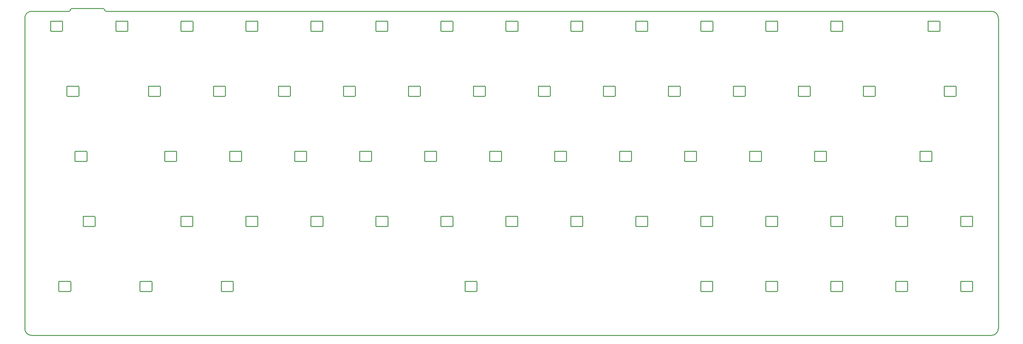
<source format=gko>
G04 Layer: BoardOutline*
G04 EasyEDA v6.4.7, 2020-11-18T11:17:11+08:00*
G04 fbb30233ba194d4b9104cbe7c287d4b3,98eef565fa774a6b8f51c3c50c7f61d6,10*
G04 Gerber Generator version 0.2*
G04 Scale: 100 percent, Rotated: No, Reflected: No *
G04 Dimensions in millimeters *
G04 leading zeros omitted , absolute positions ,3 integer and 3 decimal *
%FSLAX33Y33*%
%MOMM*%
G90*
D02*

%ADD10C,0.254000*%
G54D10*
G01X285385Y92891D02*
G01X285385Y2037D01*
G01X13843Y95731D02*
G01X22919Y95735D01*
G01X283343Y2D02*
G01X1990Y2D01*
G01X23813Y94931D02*
G01X283353Y94931D01*
G01X2020Y94927D02*
G01X12954Y94927D01*
G01X6Y92913D02*
G01X6Y1985D01*
G75*
G01X7534Y91912D02*
G02X7684Y92062I150J0D01*
G01*
G01X7684Y92061D02*
G01X10884Y92061D01*
G75*
G01X10884Y92062D02*
G02X11034Y91912I0J-150D01*
G01*
G01X11034Y91911D02*
G01X11034Y89211D01*
G75*
G01X11034Y89212D02*
G02X10884Y89062I-150J0D01*
G01*
G01X10884Y89061D02*
G01X7684Y89061D01*
G75*
G01X7684Y89062D02*
G02X7534Y89212I0J150D01*
G01*
G01X7533Y89211D02*
G01X7533Y91911D01*
G75*
G01X26687Y91909D02*
G02X26837Y92059I150J0D01*
G01*
G01X26837Y92058D02*
G01X30037Y92058D01*
G75*
G01X30037Y92059D02*
G02X30187Y91909I0J-150D01*
G01*
G01X30187Y91908D02*
G01X30187Y89208D01*
G75*
G01X30187Y89209D02*
G02X30037Y89059I-150J0D01*
G01*
G01X30037Y89058D02*
G01X26837Y89058D01*
G75*
G01X26837Y89059D02*
G02X26687Y89209I0J150D01*
G01*
G01X26687Y89208D02*
G01X26687Y91908D01*
G75*
G01X45747Y91909D02*
G02X45897Y92059I150J0D01*
G01*
G01X45897Y92058D02*
G01X49097Y92058D01*
G75*
G01X49097Y92059D02*
G02X49247Y91909I0J-150D01*
G01*
G01X49247Y91908D02*
G01X49247Y89208D01*
G75*
G01X49247Y89209D02*
G02X49097Y89059I-150J0D01*
G01*
G01X49097Y89058D02*
G01X45897Y89058D01*
G75*
G01X45897Y89059D02*
G02X45747Y89209I0J150D01*
G01*
G01X45747Y89208D02*
G01X45747Y91908D01*
G75*
G01X64787Y91909D02*
G02X64937Y92059I150J0D01*
G01*
G01X64937Y92058D02*
G01X68137Y92058D01*
G75*
G01X68137Y92059D02*
G02X68287Y91909I0J-150D01*
G01*
G01X68287Y91908D02*
G01X68287Y89208D01*
G75*
G01X68287Y89209D02*
G02X68137Y89059I-150J0D01*
G01*
G01X68137Y89058D02*
G01X64937Y89058D01*
G75*
G01X64937Y89059D02*
G02X64787Y89209I0J150D01*
G01*
G01X64787Y89208D02*
G01X64787Y91908D01*
G75*
G01X83837Y91909D02*
G02X83987Y92059I150J0D01*
G01*
G01X83987Y92058D02*
G01X87187Y92058D01*
G75*
G01X87187Y92059D02*
G02X87337Y91909I0J-150D01*
G01*
G01X87337Y91908D02*
G01X87337Y89208D01*
G75*
G01X87337Y89209D02*
G02X87187Y89059I-150J0D01*
G01*
G01X87187Y89058D02*
G01X83987Y89058D01*
G75*
G01X83987Y89059D02*
G02X83837Y89209I0J150D01*
G01*
G01X83837Y89208D02*
G01X83837Y91908D01*
G75*
G01X102887Y91909D02*
G02X103037Y92059I150J0D01*
G01*
G01X103037Y92058D02*
G01X106237Y92058D01*
G75*
G01X106237Y92059D02*
G02X106387Y91909I0J-150D01*
G01*
G01X106387Y91908D02*
G01X106387Y89208D01*
G75*
G01X106387Y89209D02*
G02X106237Y89059I-150J0D01*
G01*
G01X106237Y89058D02*
G01X103037Y89058D01*
G75*
G01X103037Y89059D02*
G02X102887Y89209I0J150D01*
G01*
G01X102887Y89208D02*
G01X102887Y91908D01*
G75*
G01X121947Y91909D02*
G02X122097Y92059I150J0D01*
G01*
G01X122097Y92058D02*
G01X125297Y92058D01*
G75*
G01X125297Y92059D02*
G02X125447Y91909I0J-150D01*
G01*
G01X125447Y91908D02*
G01X125447Y89208D01*
G75*
G01X125447Y89209D02*
G02X125297Y89059I-150J0D01*
G01*
G01X125297Y89058D02*
G01X122097Y89058D01*
G75*
G01X122097Y89059D02*
G02X121947Y89209I0J150D01*
G01*
G01X121947Y89208D02*
G01X121947Y91908D01*
G75*
G01X140997Y91909D02*
G02X141147Y92059I150J0D01*
G01*
G01X141147Y92058D02*
G01X144347Y92058D01*
G75*
G01X144347Y92059D02*
G02X144497Y91909I0J-150D01*
G01*
G01X144497Y91908D02*
G01X144497Y89208D01*
G75*
G01X144497Y89209D02*
G02X144347Y89059I-150J0D01*
G01*
G01X144347Y89058D02*
G01X141147Y89058D01*
G75*
G01X141147Y89059D02*
G02X140997Y89209I0J150D01*
G01*
G01X140997Y89208D02*
G01X140997Y91908D01*
G75*
G01X160037Y91909D02*
G02X160187Y92059I150J0D01*
G01*
G01X160186Y92058D02*
G01X163386Y92058D01*
G75*
G01X163387Y92059D02*
G02X163537Y91909I0J-150D01*
G01*
G01X163536Y91908D02*
G01X163536Y89208D01*
G75*
G01X163537Y89209D02*
G02X163387Y89059I-150J0D01*
G01*
G01X163386Y89058D02*
G01X160186Y89058D01*
G75*
G01X160187Y89059D02*
G02X160037Y89209I0J150D01*
G01*
G01X160036Y89208D02*
G01X160036Y91908D01*
G75*
G01X179087Y91909D02*
G02X179237Y92059I150J0D01*
G01*
G01X179237Y92058D02*
G01X182437Y92058D01*
G75*
G01X182437Y92059D02*
G02X182587Y91909I0J-150D01*
G01*
G01X182587Y91908D02*
G01X182587Y89208D01*
G75*
G01X182587Y89209D02*
G02X182437Y89059I-150J0D01*
G01*
G01X182437Y89058D02*
G01X179237Y89058D01*
G75*
G01X179237Y89059D02*
G02X179087Y89209I0J150D01*
G01*
G01X179087Y89208D02*
G01X179087Y91908D01*
G75*
G01X198147Y91909D02*
G02X198297Y92059I150J0D01*
G01*
G01X198297Y92058D02*
G01X201497Y92058D01*
G75*
G01X201497Y92059D02*
G02X201647Y91909I0J-150D01*
G01*
G01X201647Y91908D02*
G01X201647Y89208D01*
G75*
G01X201647Y89209D02*
G02X201497Y89059I-150J0D01*
G01*
G01X201497Y89058D02*
G01X198297Y89058D01*
G75*
G01X198297Y89059D02*
G02X198147Y89209I0J150D01*
G01*
G01X198147Y89208D02*
G01X198147Y91908D01*
G75*
G01X217197Y91909D02*
G02X217347Y92059I150J0D01*
G01*
G01X217346Y92058D02*
G01X220546Y92058D01*
G75*
G01X220547Y92059D02*
G02X220697Y91909I0J-150D01*
G01*
G01X220696Y91908D02*
G01X220696Y89208D01*
G75*
G01X220697Y89209D02*
G02X220547Y89059I-150J0D01*
G01*
G01X220546Y89058D02*
G01X217346Y89058D01*
G75*
G01X217347Y89059D02*
G02X217197Y89209I0J150D01*
G01*
G01X217196Y89208D02*
G01X217196Y91908D01*
G75*
G01X236247Y91909D02*
G02X236397Y92059I150J0D01*
G01*
G01X236396Y92058D02*
G01X239596Y92058D01*
G75*
G01X239597Y92059D02*
G02X239747Y91909I0J-150D01*
G01*
G01X239746Y91908D02*
G01X239746Y89208D01*
G75*
G01X239747Y89209D02*
G02X239597Y89059I-150J0D01*
G01*
G01X239596Y89058D02*
G01X236396Y89058D01*
G75*
G01X236397Y89059D02*
G02X236247Y89209I0J150D01*
G01*
G01X236246Y89208D02*
G01X236246Y91908D01*
G75*
G01X264733Y91909D02*
G02X264883Y92059I150J0D01*
G01*
G01X264883Y92058D02*
G01X268083Y92058D01*
G75*
G01X268083Y92059D02*
G02X268233Y91909I0J-150D01*
G01*
G01X268233Y91908D02*
G01X268233Y89208D01*
G75*
G01X268233Y89209D02*
G02X268083Y89059I-150J0D01*
G01*
G01X268083Y89058D02*
G01X264883Y89058D01*
G75*
G01X264883Y89059D02*
G02X264733Y89209I0J150D01*
G01*
G01X264733Y89208D02*
G01X264733Y91908D01*
G75*
G01X12324Y72862D02*
G02X12474Y73012I150J0D01*
G01*
G01X12474Y73011D02*
G01X15674Y73011D01*
G75*
G01X15674Y73012D02*
G02X15824Y72862I0J-150D01*
G01*
G01X15824Y72861D02*
G01X15824Y70161D01*
G75*
G01X15824Y70162D02*
G02X15674Y70012I-150J0D01*
G01*
G01X15674Y70011D02*
G01X12474Y70011D01*
G75*
G01X12474Y70012D02*
G02X12324Y70162I0J150D01*
G01*
G01X12324Y70161D02*
G01X12324Y72861D01*
G75*
G01X36217Y72862D02*
G02X36367Y73012I150J0D01*
G01*
G01X36367Y73011D02*
G01X39567Y73011D01*
G75*
G01X39567Y73012D02*
G02X39717Y72862I0J-150D01*
G01*
G01X39717Y72861D02*
G01X39717Y70161D01*
G75*
G01X39717Y70162D02*
G02X39567Y70012I-150J0D01*
G01*
G01X39567Y70011D02*
G01X36367Y70011D01*
G75*
G01X36367Y70012D02*
G02X36217Y70162I0J150D01*
G01*
G01X36217Y70161D02*
G01X36217Y72861D01*
G75*
G01X55267Y72862D02*
G02X55417Y73012I150J0D01*
G01*
G01X55417Y73011D02*
G01X58617Y73011D01*
G75*
G01X58617Y73012D02*
G02X58767Y72862I0J-150D01*
G01*
G01X58767Y72861D02*
G01X58767Y70161D01*
G75*
G01X58767Y70162D02*
G02X58617Y70012I-150J0D01*
G01*
G01X58617Y70011D02*
G01X55417Y70011D01*
G75*
G01X55417Y70012D02*
G02X55267Y70162I0J150D01*
G01*
G01X55267Y70161D02*
G01X55267Y72861D01*
G75*
G01X74317Y72862D02*
G02X74467Y73012I150J0D01*
G01*
G01X74467Y73011D02*
G01X77667Y73011D01*
G75*
G01X77667Y73012D02*
G02X77817Y72862I0J-150D01*
G01*
G01X77817Y72861D02*
G01X77817Y70161D01*
G75*
G01X77817Y70162D02*
G02X77667Y70012I-150J0D01*
G01*
G01X77667Y70011D02*
G01X74467Y70011D01*
G75*
G01X74467Y70012D02*
G02X74317Y70162I0J150D01*
G01*
G01X74317Y70161D02*
G01X74317Y72861D01*
G75*
G01X93367Y72862D02*
G02X93517Y73012I150J0D01*
G01*
G01X93517Y73011D02*
G01X96717Y73011D01*
G75*
G01X96717Y73012D02*
G02X96867Y72862I0J-150D01*
G01*
G01X96867Y72861D02*
G01X96867Y70161D01*
G75*
G01X96867Y70162D02*
G02X96717Y70012I-150J0D01*
G01*
G01X96717Y70011D02*
G01X93517Y70011D01*
G75*
G01X93517Y70012D02*
G02X93367Y70162I0J150D01*
G01*
G01X93367Y70161D02*
G01X93367Y72861D01*
G75*
G01X112417Y72862D02*
G02X112567Y73012I150J0D01*
G01*
G01X112567Y73011D02*
G01X115767Y73011D01*
G75*
G01X115767Y73012D02*
G02X115917Y72862I0J-150D01*
G01*
G01X115917Y72861D02*
G01X115917Y70161D01*
G75*
G01X115917Y70162D02*
G02X115767Y70012I-150J0D01*
G01*
G01X115767Y70011D02*
G01X112567Y70011D01*
G75*
G01X112567Y70012D02*
G02X112417Y70162I0J150D01*
G01*
G01X112417Y70161D02*
G01X112417Y72861D01*
G75*
G01X131467Y72862D02*
G02X131617Y73012I150J0D01*
G01*
G01X131617Y73011D02*
G01X134817Y73011D01*
G75*
G01X134817Y73012D02*
G02X134967Y72862I0J-150D01*
G01*
G01X134967Y72861D02*
G01X134967Y70161D01*
G75*
G01X134967Y70162D02*
G02X134817Y70012I-150J0D01*
G01*
G01X134817Y70011D02*
G01X131617Y70011D01*
G75*
G01X131617Y70012D02*
G02X131467Y70162I0J150D01*
G01*
G01X131467Y70161D02*
G01X131467Y72861D01*
G75*
G01X150517Y72862D02*
G02X150667Y73012I150J0D01*
G01*
G01X150667Y73011D02*
G01X153867Y73011D01*
G75*
G01X153867Y73012D02*
G02X154017Y72862I0J-150D01*
G01*
G01X154017Y72861D02*
G01X154017Y70161D01*
G75*
G01X154017Y70162D02*
G02X153867Y70012I-150J0D01*
G01*
G01X153867Y70011D02*
G01X150667Y70011D01*
G75*
G01X150667Y70012D02*
G02X150517Y70162I0J150D01*
G01*
G01X150517Y70161D02*
G01X150517Y72861D01*
G75*
G01X169567Y72862D02*
G02X169717Y73012I150J0D01*
G01*
G01X169717Y73011D02*
G01X172917Y73011D01*
G75*
G01X172917Y73012D02*
G02X173067Y72862I0J-150D01*
G01*
G01X173067Y72861D02*
G01X173067Y70161D01*
G75*
G01X173067Y70162D02*
G02X172917Y70012I-150J0D01*
G01*
G01X172917Y70011D02*
G01X169717Y70011D01*
G75*
G01X169717Y70012D02*
G02X169567Y70162I0J150D01*
G01*
G01X169567Y70161D02*
G01X169567Y72861D01*
G75*
G01X188617Y72862D02*
G02X188767Y73012I150J0D01*
G01*
G01X188766Y73011D02*
G01X191966Y73011D01*
G75*
G01X191967Y73012D02*
G02X192117Y72862I0J-150D01*
G01*
G01X192116Y72861D02*
G01X192116Y70161D01*
G75*
G01X192117Y70162D02*
G02X191967Y70012I-150J0D01*
G01*
G01X191966Y70011D02*
G01X188766Y70011D01*
G75*
G01X188767Y70012D02*
G02X188617Y70162I0J150D01*
G01*
G01X188616Y70161D02*
G01X188616Y72861D01*
G75*
G01X207667Y72862D02*
G02X207817Y73012I150J0D01*
G01*
G01X207816Y73011D02*
G01X211016Y73011D01*
G75*
G01X211017Y73012D02*
G02X211167Y72862I0J-150D01*
G01*
G01X211166Y72861D02*
G01X211166Y70161D01*
G75*
G01X211167Y70162D02*
G02X211017Y70012I-150J0D01*
G01*
G01X211016Y70011D02*
G01X207816Y70011D01*
G75*
G01X207817Y70012D02*
G02X207667Y70162I0J150D01*
G01*
G01X207666Y70161D02*
G01X207666Y72861D01*
G75*
G01X226717Y72862D02*
G02X226867Y73012I150J0D01*
G01*
G01X226866Y73011D02*
G01X230066Y73011D01*
G75*
G01X230067Y73012D02*
G02X230217Y72862I0J-150D01*
G01*
G01X230216Y72861D02*
G01X230216Y70161D01*
G75*
G01X230217Y70162D02*
G02X230067Y70012I-150J0D01*
G01*
G01X230066Y70011D02*
G01X226866Y70011D01*
G75*
G01X226867Y70012D02*
G02X226717Y70162I0J150D01*
G01*
G01X226716Y70161D02*
G01X226716Y72861D01*
G75*
G01X245767Y72862D02*
G02X245917Y73012I150J0D01*
G01*
G01X245916Y73011D02*
G01X249116Y73011D01*
G75*
G01X249117Y73012D02*
G02X249267Y72862I0J-150D01*
G01*
G01X249266Y72861D02*
G01X249266Y70161D01*
G75*
G01X249267Y70162D02*
G02X249117Y70012I-150J0D01*
G01*
G01X249116Y70011D02*
G01X245916Y70011D01*
G75*
G01X245917Y70012D02*
G02X245767Y70162I0J150D01*
G01*
G01X245766Y70161D02*
G01X245766Y72861D01*
G75*
G01X269493Y72862D02*
G02X269643Y73012I150J0D01*
G01*
G01X269643Y73011D02*
G01X272843Y73011D01*
G75*
G01X272843Y73012D02*
G02X272993Y72862I0J-150D01*
G01*
G01X272993Y72861D02*
G01X272993Y70161D01*
G75*
G01X272993Y70162D02*
G02X272843Y70012I-150J0D01*
G01*
G01X272843Y70011D02*
G01X269643Y70011D01*
G75*
G01X269643Y70012D02*
G02X269493Y70162I0J150D01*
G01*
G01X269493Y70161D02*
G01X269493Y72861D01*
G75*
G01X14703Y53809D02*
G02X14853Y53959I150J0D01*
G01*
G01X14852Y53958D02*
G01X18052Y53958D01*
G75*
G01X18053Y53959D02*
G02X18203Y53809I0J-150D01*
G01*
G01X18202Y53808D02*
G01X18202Y51108D01*
G75*
G01X18203Y51109D02*
G02X18053Y50959I-150J0D01*
G01*
G01X18052Y50958D02*
G01X14852Y50958D01*
G75*
G01X14853Y50959D02*
G02X14703Y51109I0J150D01*
G01*
G01X14702Y51108D02*
G01X14702Y53808D01*
G75*
G01X40977Y53809D02*
G02X41127Y53959I150J0D01*
G01*
G01X41127Y53958D02*
G01X44327Y53958D01*
G75*
G01X44327Y53959D02*
G02X44477Y53809I0J-150D01*
G01*
G01X44477Y53808D02*
G01X44477Y51108D01*
G75*
G01X44477Y51109D02*
G02X44327Y50959I-150J0D01*
G01*
G01X44327Y50958D02*
G01X41127Y50958D01*
G75*
G01X41127Y50959D02*
G02X40977Y51109I0J150D01*
G01*
G01X40977Y51108D02*
G01X40977Y53808D01*
G75*
G01X60027Y53809D02*
G02X60177Y53959I150J0D01*
G01*
G01X60177Y53958D02*
G01X63377Y53958D01*
G75*
G01X63377Y53959D02*
G02X63527Y53809I0J-150D01*
G01*
G01X63527Y53808D02*
G01X63527Y51108D01*
G75*
G01X63527Y51109D02*
G02X63377Y50959I-150J0D01*
G01*
G01X63377Y50958D02*
G01X60177Y50958D01*
G75*
G01X60177Y50959D02*
G02X60027Y51109I0J150D01*
G01*
G01X60027Y51108D02*
G01X60027Y53808D01*
G75*
G01X79077Y53809D02*
G02X79227Y53959I150J0D01*
G01*
G01X79227Y53958D02*
G01X82427Y53958D01*
G75*
G01X82427Y53959D02*
G02X82577Y53809I0J-150D01*
G01*
G01X82577Y53808D02*
G01X82577Y51108D01*
G75*
G01X82577Y51109D02*
G02X82427Y50959I-150J0D01*
G01*
G01X82427Y50958D02*
G01X79227Y50958D01*
G75*
G01X79227Y50959D02*
G02X79077Y51109I0J150D01*
G01*
G01X79077Y51108D02*
G01X79077Y53808D01*
G75*
G01X98127Y53809D02*
G02X98277Y53959I150J0D01*
G01*
G01X98277Y53958D02*
G01X101477Y53958D01*
G75*
G01X101477Y53959D02*
G02X101627Y53809I0J-150D01*
G01*
G01X101627Y53808D02*
G01X101627Y51108D01*
G75*
G01X101627Y51109D02*
G02X101477Y50959I-150J0D01*
G01*
G01X101477Y50958D02*
G01X98277Y50958D01*
G75*
G01X98277Y50959D02*
G02X98127Y51109I0J150D01*
G01*
G01X98127Y51108D02*
G01X98127Y53808D01*
G75*
G01X117177Y53809D02*
G02X117327Y53959I150J0D01*
G01*
G01X117327Y53958D02*
G01X120527Y53958D01*
G75*
G01X120527Y53959D02*
G02X120677Y53809I0J-150D01*
G01*
G01X120677Y53808D02*
G01X120677Y51108D01*
G75*
G01X120677Y51109D02*
G02X120527Y50959I-150J0D01*
G01*
G01X120527Y50958D02*
G01X117327Y50958D01*
G75*
G01X117327Y50959D02*
G02X117177Y51109I0J150D01*
G01*
G01X117177Y51108D02*
G01X117177Y53808D01*
G75*
G01X136227Y53809D02*
G02X136377Y53959I150J0D01*
G01*
G01X136377Y53958D02*
G01X139577Y53958D01*
G75*
G01X139577Y53959D02*
G02X139727Y53809I0J-150D01*
G01*
G01X139727Y53808D02*
G01X139727Y51108D01*
G75*
G01X139727Y51109D02*
G02X139577Y50959I-150J0D01*
G01*
G01X139577Y50958D02*
G01X136377Y50958D01*
G75*
G01X136377Y50959D02*
G02X136227Y51109I0J150D01*
G01*
G01X136227Y51108D02*
G01X136227Y53808D01*
G75*
G01X155277Y53809D02*
G02X155427Y53959I150J0D01*
G01*
G01X155427Y53958D02*
G01X158627Y53958D01*
G75*
G01X158627Y53959D02*
G02X158777Y53809I0J-150D01*
G01*
G01X158777Y53808D02*
G01X158777Y51108D01*
G75*
G01X158777Y51109D02*
G02X158627Y50959I-150J0D01*
G01*
G01X158627Y50958D02*
G01X155427Y50958D01*
G75*
G01X155427Y50959D02*
G02X155277Y51109I0J150D01*
G01*
G01X155277Y51108D02*
G01X155277Y53808D01*
G75*
G01X174327Y53809D02*
G02X174477Y53959I150J0D01*
G01*
G01X174477Y53958D02*
G01X177677Y53958D01*
G75*
G01X177677Y53959D02*
G02X177827Y53809I0J-150D01*
G01*
G01X177827Y53808D02*
G01X177827Y51108D01*
G75*
G01X177827Y51109D02*
G02X177677Y50959I-150J0D01*
G01*
G01X177677Y50958D02*
G01X174477Y50958D01*
G75*
G01X174477Y50959D02*
G02X174327Y51109I0J150D01*
G01*
G01X174327Y51108D02*
G01X174327Y53808D01*
G75*
G01X193377Y53809D02*
G02X193527Y53959I150J0D01*
G01*
G01X193526Y53958D02*
G01X196726Y53958D01*
G75*
G01X196727Y53959D02*
G02X196877Y53809I0J-150D01*
G01*
G01X196876Y53808D02*
G01X196876Y51108D01*
G75*
G01X196877Y51109D02*
G02X196727Y50959I-150J0D01*
G01*
G01X196726Y50958D02*
G01X193526Y50958D01*
G75*
G01X193527Y50959D02*
G02X193377Y51109I0J150D01*
G01*
G01X193376Y51108D02*
G01X193376Y53808D01*
G75*
G01X212427Y53809D02*
G02X212577Y53959I150J0D01*
G01*
G01X212576Y53958D02*
G01X215776Y53958D01*
G75*
G01X215777Y53959D02*
G02X215927Y53809I0J-150D01*
G01*
G01X215926Y53808D02*
G01X215926Y51108D01*
G75*
G01X215927Y51109D02*
G02X215777Y50959I-150J0D01*
G01*
G01X215776Y50958D02*
G01X212576Y50958D01*
G75*
G01X212577Y50959D02*
G02X212427Y51109I0J150D01*
G01*
G01X212426Y51108D02*
G01X212426Y53808D01*
G75*
G01X231477Y53809D02*
G02X231627Y53959I150J0D01*
G01*
G01X231626Y53958D02*
G01X234826Y53958D01*
G75*
G01X234827Y53959D02*
G02X234977Y53809I0J-150D01*
G01*
G01X234976Y53808D02*
G01X234976Y51108D01*
G75*
G01X234977Y51109D02*
G02X234827Y50959I-150J0D01*
G01*
G01X234826Y50958D02*
G01X231626Y50958D01*
G75*
G01X231627Y50959D02*
G02X231477Y51109I0J150D01*
G01*
G01X231476Y51108D02*
G01X231476Y53808D01*
G75*
G01X262354Y53809D02*
G02X262504Y53959I150J0D01*
G01*
G01X262503Y53958D02*
G01X265703Y53958D01*
G75*
G01X265704Y53959D02*
G02X265854Y53809I0J-150D01*
G01*
G01X265853Y53808D02*
G01X265853Y51108D01*
G75*
G01X265854Y51109D02*
G02X265704Y50959I-150J0D01*
G01*
G01X265703Y50958D02*
G01X262503Y50958D01*
G75*
G01X262504Y50959D02*
G02X262354Y51109I0J150D01*
G01*
G01X262353Y51108D02*
G01X262353Y53808D01*
G75*
G01X17084Y34752D02*
G02X17234Y34902I150J0D01*
G01*
G01X17234Y34901D02*
G01X20433Y34901D01*
G75*
G01X20434Y34902D02*
G02X20584Y34752I0J-150D01*
G01*
G01X20584Y34751D02*
G01X20584Y32051D01*
G75*
G01X20584Y32052D02*
G02X20434Y31902I-150J0D01*
G01*
G01X20433Y31901D02*
G01X17234Y31901D01*
G75*
G01X17234Y31902D02*
G02X17084Y32052I0J150D01*
G01*
G01X17083Y32051D02*
G01X17083Y34751D01*
G75*
G01X45737Y34752D02*
G02X45887Y34902I150J0D01*
G01*
G01X45887Y34901D02*
G01X49087Y34901D01*
G75*
G01X49087Y34902D02*
G02X49237Y34752I0J-150D01*
G01*
G01X49237Y34751D02*
G01X49237Y32051D01*
G75*
G01X49237Y32052D02*
G02X49087Y31902I-150J0D01*
G01*
G01X49087Y31901D02*
G01X45887Y31901D01*
G75*
G01X45887Y31902D02*
G02X45737Y32052I0J150D01*
G01*
G01X45737Y32051D02*
G01X45737Y34751D01*
G75*
G01X64787Y34752D02*
G02X64937Y34902I150J0D01*
G01*
G01X64937Y34901D02*
G01X68137Y34901D01*
G75*
G01X68137Y34902D02*
G02X68287Y34752I0J-150D01*
G01*
G01X68287Y34751D02*
G01X68287Y32051D01*
G75*
G01X68287Y32052D02*
G02X68137Y31902I-150J0D01*
G01*
G01X68137Y31901D02*
G01X64937Y31901D01*
G75*
G01X64937Y31902D02*
G02X64787Y32052I0J150D01*
G01*
G01X64787Y32051D02*
G01X64787Y34751D01*
G75*
G01X83847Y34752D02*
G02X83997Y34902I150J0D01*
G01*
G01X83997Y34901D02*
G01X87197Y34901D01*
G75*
G01X87197Y34902D02*
G02X87347Y34752I0J-150D01*
G01*
G01X87347Y34751D02*
G01X87347Y32051D01*
G75*
G01X87347Y32052D02*
G02X87197Y31902I-150J0D01*
G01*
G01X87197Y31901D02*
G01X83997Y31901D01*
G75*
G01X83997Y31902D02*
G02X83847Y32052I0J150D01*
G01*
G01X83847Y32051D02*
G01X83847Y34751D01*
G75*
G01X102897Y34752D02*
G02X103047Y34902I150J0D01*
G01*
G01X103047Y34901D02*
G01X106247Y34901D01*
G75*
G01X106247Y34902D02*
G02X106397Y34752I0J-150D01*
G01*
G01X106397Y34751D02*
G01X106397Y32051D01*
G75*
G01X106397Y32052D02*
G02X106247Y31902I-150J0D01*
G01*
G01X106247Y31901D02*
G01X103047Y31901D01*
G75*
G01X103047Y31902D02*
G02X102897Y32052I0J150D01*
G01*
G01X102897Y32051D02*
G01X102897Y34751D01*
G75*
G01X121947Y34752D02*
G02X122097Y34902I150J0D01*
G01*
G01X122097Y34901D02*
G01X125297Y34901D01*
G75*
G01X125297Y34902D02*
G02X125447Y34752I0J-150D01*
G01*
G01X125447Y34751D02*
G01X125447Y32051D01*
G75*
G01X125447Y32052D02*
G02X125297Y31902I-150J0D01*
G01*
G01X125297Y31901D02*
G01X122097Y31901D01*
G75*
G01X122097Y31902D02*
G02X121947Y32052I0J150D01*
G01*
G01X121947Y32051D02*
G01X121947Y34751D01*
G75*
G01X140987Y34752D02*
G02X141137Y34902I150J0D01*
G01*
G01X141137Y34901D02*
G01X144337Y34901D01*
G75*
G01X144337Y34902D02*
G02X144487Y34752I0J-150D01*
G01*
G01X144487Y34751D02*
G01X144487Y32051D01*
G75*
G01X144487Y32052D02*
G02X144337Y31902I-150J0D01*
G01*
G01X144337Y31901D02*
G01X141137Y31901D01*
G75*
G01X141137Y31902D02*
G02X140987Y32052I0J150D01*
G01*
G01X140987Y32051D02*
G01X140987Y34751D01*
G75*
G01X160037Y34752D02*
G02X160187Y34902I150J0D01*
G01*
G01X160187Y34901D02*
G01X163386Y34901D01*
G75*
G01X163387Y34902D02*
G02X163537Y34752I0J-150D01*
G01*
G01X163537Y34751D02*
G01X163537Y32051D01*
G75*
G01X163537Y32052D02*
G02X163387Y31902I-150J0D01*
G01*
G01X163386Y31901D02*
G01X160187Y31901D01*
G75*
G01X160187Y31902D02*
G02X160037Y32052I0J150D01*
G01*
G01X160036Y32051D02*
G01X160036Y34751D01*
G75*
G01X179097Y34752D02*
G02X179247Y34902I150J0D01*
G01*
G01X179246Y34901D02*
G01X182446Y34901D01*
G75*
G01X182447Y34902D02*
G02X182597Y34752I0J-150D01*
G01*
G01X182596Y34751D02*
G01X182596Y32051D01*
G75*
G01X182597Y32052D02*
G02X182447Y31902I-150J0D01*
G01*
G01X182446Y31901D02*
G01X179246Y31901D01*
G75*
G01X179247Y31902D02*
G02X179097Y32052I0J150D01*
G01*
G01X179096Y32051D02*
G01X179096Y34751D01*
G75*
G01X198137Y34752D02*
G02X198287Y34902I150J0D01*
G01*
G01X198286Y34901D02*
G01X201486Y34901D01*
G75*
G01X201487Y34902D02*
G02X201637Y34752I0J-150D01*
G01*
G01X201636Y34751D02*
G01X201636Y32051D01*
G75*
G01X201637Y32052D02*
G02X201487Y31902I-150J0D01*
G01*
G01X201486Y31901D02*
G01X198286Y31901D01*
G75*
G01X198287Y31902D02*
G02X198137Y32052I0J150D01*
G01*
G01X198136Y32051D02*
G01X198136Y34751D01*
G75*
G01X217197Y34752D02*
G02X217347Y34902I150J0D01*
G01*
G01X217346Y34901D02*
G01X220546Y34901D01*
G75*
G01X220547Y34902D02*
G02X220697Y34752I0J-150D01*
G01*
G01X220696Y34751D02*
G01X220696Y32051D01*
G75*
G01X220697Y32052D02*
G02X220547Y31902I-150J0D01*
G01*
G01X220546Y31901D02*
G01X217346Y31901D01*
G75*
G01X217347Y31902D02*
G02X217197Y32052I0J150D01*
G01*
G01X217196Y32051D02*
G01X217196Y34751D01*
G75*
G01X236237Y34752D02*
G02X236387Y34902I150J0D01*
G01*
G01X236386Y34901D02*
G01X239586Y34901D01*
G75*
G01X239587Y34902D02*
G02X239737Y34752I0J-150D01*
G01*
G01X239736Y34751D02*
G01X239736Y32051D01*
G75*
G01X239737Y32052D02*
G02X239587Y31902I-150J0D01*
G01*
G01X239586Y31901D02*
G01X236386Y31901D01*
G75*
G01X236387Y31902D02*
G02X236237Y32052I0J150D01*
G01*
G01X236236Y32051D02*
G01X236236Y34751D01*
G75*
G01X255287Y34752D02*
G02X255437Y34902I150J0D01*
G01*
G01X255436Y34901D02*
G01X258636Y34901D01*
G75*
G01X258637Y34902D02*
G02X258787Y34752I0J-150D01*
G01*
G01X258786Y34751D02*
G01X258786Y32051D01*
G75*
G01X258787Y32052D02*
G02X258637Y31902I-150J0D01*
G01*
G01X258636Y31901D02*
G01X255436Y31901D01*
G75*
G01X255437Y31902D02*
G02X255287Y32052I0J150D01*
G01*
G01X255286Y32051D02*
G01X255286Y34751D01*
G75*
G01X274337Y34752D02*
G02X274487Y34902I150J0D01*
G01*
G01X274486Y34901D02*
G01X277686Y34901D01*
G75*
G01X277687Y34902D02*
G02X277837Y34752I0J-150D01*
G01*
G01X277836Y34751D02*
G01X277836Y32051D01*
G75*
G01X277837Y32052D02*
G02X277687Y31902I-150J0D01*
G01*
G01X277686Y31901D02*
G01X274486Y31901D01*
G75*
G01X274487Y31902D02*
G02X274337Y32052I0J150D01*
G01*
G01X274336Y32051D02*
G01X274336Y34751D01*
G75*
G01X9943Y15712D02*
G02X10093Y15862I150J0D01*
G01*
G01X10092Y15861D02*
G01X13292Y15861D01*
G75*
G01X13293Y15862D02*
G02X13443Y15712I0J-150D01*
G01*
G01X13442Y15711D02*
G01X13442Y13011D01*
G75*
G01X13443Y13012D02*
G02X13293Y12862I-150J0D01*
G01*
G01X13292Y12861D02*
G01X10092Y12861D01*
G75*
G01X10093Y12862D02*
G02X9943Y13012I0J150D01*
G01*
G01X9942Y13011D02*
G01X9942Y15711D01*
G75*
G01X33753Y15712D02*
G02X33903Y15862I150J0D01*
G01*
G01X33902Y15861D02*
G01X37102Y15861D01*
G75*
G01X37103Y15862D02*
G02X37253Y15712I0J-150D01*
G01*
G01X37252Y15711D02*
G01X37252Y13011D01*
G75*
G01X37253Y13012D02*
G02X37103Y12862I-150J0D01*
G01*
G01X37102Y12861D02*
G01X33902Y12861D01*
G75*
G01X33903Y12862D02*
G02X33753Y13012I0J150D01*
G01*
G01X33752Y13011D02*
G01X33752Y15711D01*
G75*
G01X57563Y15712D02*
G02X57713Y15862I150J0D01*
G01*
G01X57712Y15861D02*
G01X60912Y15861D01*
G75*
G01X60913Y15862D02*
G02X61063Y15712I0J-150D01*
G01*
G01X61062Y15711D02*
G01X61062Y13011D01*
G75*
G01X61063Y13012D02*
G02X60913Y12862I-150J0D01*
G01*
G01X60912Y12861D02*
G01X57712Y12861D01*
G75*
G01X57713Y12862D02*
G02X57563Y13012I0J150D01*
G01*
G01X57562Y13011D02*
G01X57562Y15711D01*
G75*
G01X129004Y15712D02*
G02X129154Y15862I150J0D01*
G01*
G01X129153Y15861D02*
G01X132353Y15861D01*
G75*
G01X132354Y15862D02*
G02X132504Y15712I0J-150D01*
G01*
G01X132503Y15711D02*
G01X132503Y13011D01*
G75*
G01X132504Y13012D02*
G02X132354Y12862I-150J0D01*
G01*
G01X132353Y12861D02*
G01X129153Y12861D01*
G75*
G01X129154Y12862D02*
G02X129004Y13012I0J150D01*
G01*
G01X129003Y13011D02*
G01X129003Y15711D01*
G75*
G01X198137Y15712D02*
G02X198287Y15862I150J0D01*
G01*
G01X198286Y15861D02*
G01X201486Y15861D01*
G75*
G01X201487Y15862D02*
G02X201637Y15712I0J-150D01*
G01*
G01X201636Y15711D02*
G01X201636Y13011D01*
G75*
G01X201637Y13012D02*
G02X201487Y12862I-150J0D01*
G01*
G01X201486Y12861D02*
G01X198286Y12861D01*
G75*
G01X198287Y12862D02*
G02X198137Y13012I0J150D01*
G01*
G01X198136Y13011D02*
G01X198136Y15711D01*
G75*
G01X217197Y15712D02*
G02X217347Y15862I150J0D01*
G01*
G01X217346Y15861D02*
G01X220546Y15861D01*
G75*
G01X220547Y15862D02*
G02X220697Y15712I0J-150D01*
G01*
G01X220696Y15712D02*
G01X220696Y13011D01*
G75*
G01X220697Y13012D02*
G02X220547Y12862I-150J0D01*
G01*
G01X220546Y12862D02*
G01X217346Y12862D01*
G75*
G01X217347Y12862D02*
G02X217197Y13012I0J150D01*
G01*
G01X217196Y13011D02*
G01X217196Y15712D01*
G75*
G01X236237Y15712D02*
G02X236387Y15862I150J0D01*
G01*
G01X236386Y15861D02*
G01X239586Y15861D01*
G75*
G01X239587Y15862D02*
G02X239737Y15712I0J-150D01*
G01*
G01X239736Y15711D02*
G01X239736Y13011D01*
G75*
G01X239737Y13012D02*
G02X239587Y12862I-150J0D01*
G01*
G01X239586Y12861D02*
G01X236386Y12861D01*
G75*
G01X236387Y12862D02*
G02X236237Y13012I0J150D01*
G01*
G01X236236Y13011D02*
G01X236236Y15711D01*
G75*
G01X255287Y15712D02*
G02X255437Y15862I150J0D01*
G01*
G01X255436Y15861D02*
G01X258636Y15861D01*
G75*
G01X258637Y15862D02*
G02X258787Y15712I0J-150D01*
G01*
G01X258786Y15711D02*
G01X258786Y13011D01*
G75*
G01X258787Y13012D02*
G02X258637Y12862I-150J0D01*
G01*
G01X258636Y12861D02*
G01X255436Y12861D01*
G75*
G01X255437Y12862D02*
G02X255287Y13012I0J150D01*
G01*
G01X255286Y13011D02*
G01X255286Y15711D01*
G75*
G01X274337Y15712D02*
G02X274487Y15862I150J0D01*
G01*
G01X274486Y15861D02*
G01X277686Y15861D01*
G75*
G01X277687Y15862D02*
G02X277837Y15712I0J-150D01*
G01*
G01X277836Y15711D02*
G01X277836Y13011D01*
G75*
G01X277837Y13012D02*
G02X277687Y12862I-150J0D01*
G01*
G01X277686Y12861D02*
G01X274486Y12861D01*
G75*
G01X274487Y12862D02*
G02X274337Y13012I0J150D01*
G01*
G01X274336Y13011D02*
G01X274336Y15711D01*
G75*
G01X4Y92912D02*
G02X2020Y94928I1984J31D01*
G01*
G75*
G01X1984Y2D02*
G02X0Y1986I0J1984D01*
G01*
G75*
G01X285383Y2032D02*
G02X283351Y0I-2032J0D01*
G01*
G75*
G01X283353Y94932D02*
G02X285386Y92900I1J-2032D01*
G01*
G75*
G01X12954Y94932D02*
G03X13335Y95313I0J381D01*
G01*
G75*
G01X13324Y95222D02*
G02X13832Y95730I508J0D01*
G01*
G75*
G01X23434Y95222D02*
G03X22926Y95730I-508J0D01*
G01*
G75*
G01X23814Y94932D02*
G02X23433Y95313I0J381D01*
G01*

%LPD*%
M00*
M02*

</source>
